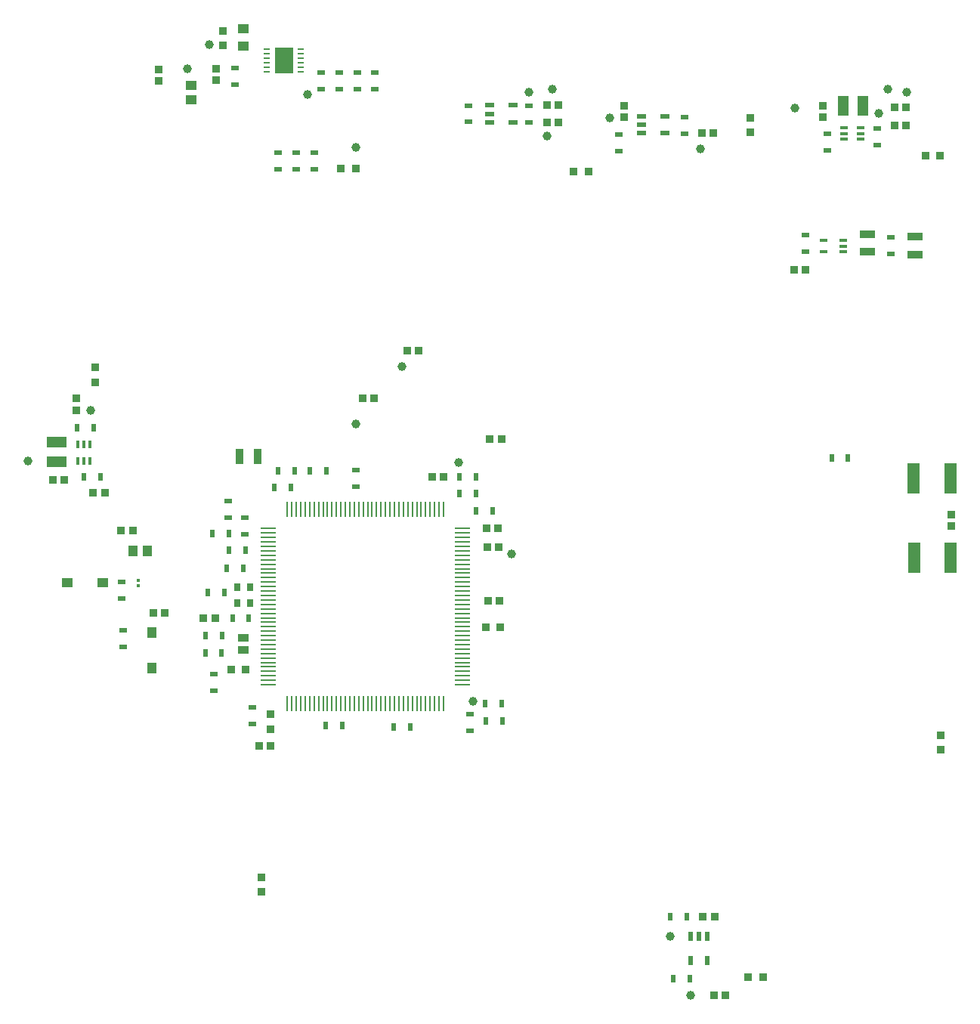
<source format=gbp>
G04*
G04 #@! TF.GenerationSoftware,Altium Limited,Altium Designer,24.2.2 (26)*
G04*
G04 Layer_Color=128*
%FSLAX25Y25*%
%MOIN*%
G70*
G04*
G04 #@! TF.SameCoordinates,68C129F3-C7C4-414E-B264-5C09C29A3FA5*
G04*
G04*
G04 #@! TF.FilePolarity,Positive*
G04*
G01*
G75*
%ADD21R,0.03740X0.01575*%
%ADD23R,0.02200X0.03500*%
%ADD28R,0.03500X0.02200*%
%ADD33R,0.04331X0.02362*%
%ADD34R,0.03200X0.03500*%
%ADD35R,0.03600X0.06500*%
%ADD36R,0.06500X0.03600*%
%ADD37R,0.03500X0.03200*%
%ADD50C,0.03937*%
%ADD51R,0.03740X0.03543*%
%ADD52R,0.03543X0.03740*%
%ADD108R,0.01181X0.01673*%
%ADD109R,0.04882X0.08740*%
%ADD110R,0.08740X0.04882*%
%ADD111R,0.04331X0.04921*%
%ADD112R,0.04921X0.04331*%
%ADD113R,0.03150X0.03543*%
%ADD114R,0.05100X0.03200*%
%ADD115R,0.03200X0.01200*%
%ADD116R,0.04331X0.02362*%
%ADD117R,0.03937X0.02362*%
%ADD118R,0.01100X0.06890*%
%ADD119R,0.06890X0.01100*%
%ADD120R,0.02756X0.00984*%
%ADD122R,0.01200X0.03200*%
%ADD123R,0.04800X0.04100*%
%ADD124R,0.04100X0.04800*%
%ADD126R,0.04724X0.03937*%
%ADD127R,0.05512X0.13780*%
%ADD128R,0.02362X0.03937*%
%ADD144R,0.08433X0.11307*%
D21*
X566323Y353155D02*
D03*
Y350596D02*
D03*
Y348037D02*
D03*
X557661Y353155D02*
D03*
Y348037D02*
D03*
D23*
X411750Y234001D02*
D03*
X404450D02*
D03*
X315550Y244100D02*
D03*
X322850D02*
D03*
X375450Y138600D02*
D03*
X368150D02*
D03*
X338250Y139200D02*
D03*
X345550D02*
D03*
X317259Y251434D02*
D03*
X324559D02*
D03*
X338543D02*
D03*
X331243D02*
D03*
X294450Y208500D02*
D03*
X301750D02*
D03*
X415950Y141100D02*
D03*
X408650D02*
D03*
X415800Y148750D02*
D03*
X408500D02*
D03*
X404300Y248800D02*
D03*
X397000D02*
D03*
X404400Y241351D02*
D03*
X397100D02*
D03*
X284950Y171101D02*
D03*
X292250D02*
D03*
X285050Y178901D02*
D03*
X292350D02*
D03*
X286250Y197700D02*
D03*
X293550D02*
D03*
X296950Y186500D02*
D03*
X304250D02*
D03*
X295550Y216500D02*
D03*
X302850D02*
D03*
X288050Y224000D02*
D03*
X295350D02*
D03*
X235900Y270501D02*
D03*
X228600D02*
D03*
X238650Y248801D02*
D03*
X231350D02*
D03*
X497413Y54884D02*
D03*
X490113D02*
D03*
X491590Y27521D02*
D03*
X498890D02*
D03*
X561295Y257289D02*
D03*
X568595D02*
D03*
D28*
X317100Y384450D02*
D03*
Y391750D02*
D03*
X401700Y136950D02*
D03*
Y144250D02*
D03*
X248200Y195100D02*
D03*
Y202400D02*
D03*
X248900Y173950D02*
D03*
Y181250D02*
D03*
X427800Y412451D02*
D03*
Y405151D02*
D03*
X305800Y139850D02*
D03*
Y147150D02*
D03*
X581300Y395150D02*
D03*
Y402450D02*
D03*
X496400Y407550D02*
D03*
Y400250D02*
D03*
X467600Y392650D02*
D03*
Y399950D02*
D03*
X401100Y412651D02*
D03*
Y405351D02*
D03*
X351300Y251750D02*
D03*
Y244450D02*
D03*
X325221Y391760D02*
D03*
Y384460D02*
D03*
X298021Y421860D02*
D03*
Y429160D02*
D03*
X336221Y419710D02*
D03*
Y427010D02*
D03*
X333200Y391750D02*
D03*
Y384450D02*
D03*
X302400Y230750D02*
D03*
Y223450D02*
D03*
X295000Y238100D02*
D03*
Y230800D02*
D03*
X288900Y154450D02*
D03*
Y161750D02*
D03*
X344088Y419710D02*
D03*
Y427010D02*
D03*
X559500Y392951D02*
D03*
Y400251D02*
D03*
X549689Y355427D02*
D03*
Y348127D02*
D03*
X587287Y347045D02*
D03*
Y354345D02*
D03*
X351955Y419710D02*
D03*
Y427010D02*
D03*
X359821Y419710D02*
D03*
Y427010D02*
D03*
D33*
X410600Y405261D02*
D03*
Y409001D02*
D03*
Y412741D02*
D03*
X420836D02*
D03*
Y405261D02*
D03*
D34*
X379050Y304400D02*
D03*
X373950D02*
D03*
X247900Y225100D02*
D03*
X253000D02*
D03*
X415650Y265500D02*
D03*
X410550D02*
D03*
X267150Y189000D02*
D03*
X262050D02*
D03*
X414100Y226300D02*
D03*
X409000D02*
D03*
X390150Y248700D02*
D03*
X385050D02*
D03*
X414800Y194200D02*
D03*
X409700D02*
D03*
X414400Y218000D02*
D03*
X409300D02*
D03*
X504509Y54884D02*
D03*
X509609D02*
D03*
X589050Y411701D02*
D03*
X594150D02*
D03*
X594200Y403901D02*
D03*
X589100D02*
D03*
X359500Y283400D02*
D03*
X354400D02*
D03*
X289350Y186401D02*
D03*
X284250D02*
D03*
X313800Y130300D02*
D03*
X308700D02*
D03*
X514550Y20301D02*
D03*
X509450D02*
D03*
X509250Y400600D02*
D03*
X504150D02*
D03*
X240650Y241701D02*
D03*
X235550D02*
D03*
X440900Y405201D02*
D03*
X435800D02*
D03*
X222850Y247601D02*
D03*
X217750D02*
D03*
X549778Y340262D02*
D03*
X544678D02*
D03*
X435800Y412701D02*
D03*
X440900D02*
D03*
D35*
X300250Y258001D02*
D03*
X308150D02*
D03*
D36*
X577000Y355950D02*
D03*
Y348050D02*
D03*
X598000Y346850D02*
D03*
Y354750D02*
D03*
D37*
X557500Y407450D02*
D03*
Y412550D02*
D03*
X264500Y428450D02*
D03*
Y423350D02*
D03*
X469900Y412651D02*
D03*
Y407551D02*
D03*
X228100Y283401D02*
D03*
Y278301D02*
D03*
X289821Y423860D02*
D03*
Y428960D02*
D03*
X614157Y232280D02*
D03*
Y227180D02*
D03*
D50*
X582100Y409201D02*
D03*
X351500Y394101D02*
D03*
X420200Y215000D02*
D03*
X503500Y393558D02*
D03*
X277222Y428860D02*
D03*
X396800Y255300D02*
D03*
X206700Y255801D02*
D03*
X435900Y399201D02*
D03*
X498988Y20238D02*
D03*
X490228Y46222D02*
D03*
X234400Y278301D02*
D03*
X463400Y407301D02*
D03*
X427700Y418501D02*
D03*
X438100Y420001D02*
D03*
X586100Y419801D02*
D03*
X545100Y411400D02*
D03*
X594500Y418500D02*
D03*
X371700Y297500D02*
D03*
X351500Y272300D02*
D03*
X403000Y150000D02*
D03*
X330176Y417400D02*
D03*
X286900Y439500D02*
D03*
D51*
X447552Y383600D02*
D03*
X454048D02*
D03*
X609248Y390500D02*
D03*
X602752D02*
D03*
X408700Y182501D02*
D03*
X415196D02*
D03*
X302848Y163900D02*
D03*
X296352D02*
D03*
X530996Y28301D02*
D03*
X524500D02*
D03*
X344773Y384710D02*
D03*
X351269D02*
D03*
D52*
X609300Y134948D02*
D03*
Y128452D02*
D03*
X313700Y137552D02*
D03*
Y144048D02*
D03*
X309700Y72196D02*
D03*
Y65700D02*
D03*
X525600Y407248D02*
D03*
Y400752D02*
D03*
X236400Y297148D02*
D03*
Y290652D02*
D03*
X292721Y439110D02*
D03*
Y445606D02*
D03*
D108*
X255403Y200748D02*
D03*
Y203207D02*
D03*
D109*
X566509Y412401D02*
D03*
X575091D02*
D03*
D110*
X219300Y255609D02*
D03*
Y264192D02*
D03*
D111*
X253150Y216101D02*
D03*
X259450D02*
D03*
D112*
X278721Y415161D02*
D03*
Y421460D02*
D03*
D113*
X299046Y193059D02*
D03*
Y200343D02*
D03*
X304754D02*
D03*
Y193059D02*
D03*
D114*
X301700Y172401D02*
D03*
Y178001D02*
D03*
D115*
X574100Y402819D02*
D03*
Y400260D02*
D03*
Y397701D02*
D03*
X566800D02*
D03*
Y400260D02*
D03*
Y402819D02*
D03*
D116*
X477448Y400472D02*
D03*
Y404213D02*
D03*
Y407953D02*
D03*
X487684Y400472D02*
D03*
D117*
Y407953D02*
D03*
D118*
X321194Y234416D02*
D03*
X323162D02*
D03*
X325131D02*
D03*
X327099D02*
D03*
X329068D02*
D03*
X331036D02*
D03*
X333005D02*
D03*
X334973D02*
D03*
X336942D02*
D03*
X338910D02*
D03*
X340879D02*
D03*
X342847D02*
D03*
X344816D02*
D03*
X346784D02*
D03*
X348753D02*
D03*
X350722D02*
D03*
X352690D02*
D03*
X354659D02*
D03*
X356627D02*
D03*
X358595D02*
D03*
X360564D02*
D03*
X362532D02*
D03*
X364501D02*
D03*
X366470D02*
D03*
X368438D02*
D03*
X370407D02*
D03*
X372375D02*
D03*
X374343D02*
D03*
X376312D02*
D03*
X378280D02*
D03*
X380249D02*
D03*
X382218D02*
D03*
X384186D02*
D03*
X386155D02*
D03*
X388123D02*
D03*
X390091D02*
D03*
Y148766D02*
D03*
X388123D02*
D03*
X386155D02*
D03*
X384186D02*
D03*
X382218D02*
D03*
X380249D02*
D03*
X378280D02*
D03*
X376312D02*
D03*
X374343D02*
D03*
X372375D02*
D03*
X370407D02*
D03*
X368438D02*
D03*
X366470D02*
D03*
X364501D02*
D03*
X362532D02*
D03*
X360564D02*
D03*
X358595D02*
D03*
X356627D02*
D03*
X354659D02*
D03*
X352690D02*
D03*
X350722D02*
D03*
X348753D02*
D03*
X346784D02*
D03*
X344816D02*
D03*
X342847D02*
D03*
X340879D02*
D03*
X338910D02*
D03*
X336942D02*
D03*
X334973D02*
D03*
X333005D02*
D03*
X331036D02*
D03*
X329068D02*
D03*
X327099D02*
D03*
X325131D02*
D03*
X323162D02*
D03*
X321194D02*
D03*
D119*
X312818Y157143D02*
D03*
Y159111D02*
D03*
Y161080D02*
D03*
Y163048D02*
D03*
Y165017D02*
D03*
Y166985D02*
D03*
Y168954D02*
D03*
Y170922D02*
D03*
Y172891D02*
D03*
Y174859D02*
D03*
Y176828D02*
D03*
Y178796D02*
D03*
Y180765D02*
D03*
Y182733D02*
D03*
Y184702D02*
D03*
Y186670D02*
D03*
Y188639D02*
D03*
Y190607D02*
D03*
Y192576D02*
D03*
Y194544D02*
D03*
Y196513D02*
D03*
Y198481D02*
D03*
Y200450D02*
D03*
Y202418D02*
D03*
Y204387D02*
D03*
Y206355D02*
D03*
Y208324D02*
D03*
Y210292D02*
D03*
Y212261D02*
D03*
Y214229D02*
D03*
Y216198D02*
D03*
Y218166D02*
D03*
Y220135D02*
D03*
Y222103D02*
D03*
Y224072D02*
D03*
Y226040D02*
D03*
X398468D02*
D03*
Y224072D02*
D03*
Y222103D02*
D03*
Y220135D02*
D03*
Y218166D02*
D03*
Y216198D02*
D03*
Y214229D02*
D03*
Y212261D02*
D03*
Y210292D02*
D03*
Y208324D02*
D03*
Y206355D02*
D03*
Y204387D02*
D03*
Y202418D02*
D03*
Y200450D02*
D03*
Y198481D02*
D03*
Y196513D02*
D03*
Y194544D02*
D03*
Y192576D02*
D03*
Y190607D02*
D03*
Y188639D02*
D03*
Y186670D02*
D03*
Y184702D02*
D03*
Y182733D02*
D03*
Y180765D02*
D03*
Y178796D02*
D03*
Y176828D02*
D03*
Y174859D02*
D03*
Y172891D02*
D03*
Y170922D02*
D03*
Y168954D02*
D03*
Y166985D02*
D03*
Y165017D02*
D03*
Y163048D02*
D03*
Y161080D02*
D03*
Y159111D02*
D03*
Y157143D02*
D03*
D120*
X327121Y437453D02*
D03*
Y435484D02*
D03*
Y433516D02*
D03*
Y431547D02*
D03*
Y429579D02*
D03*
Y427610D02*
D03*
X312161Y437453D02*
D03*
Y435484D02*
D03*
Y433516D02*
D03*
Y431547D02*
D03*
Y429579D02*
D03*
Y427610D02*
D03*
D122*
X228841Y263251D02*
D03*
X231400D02*
D03*
X233959D02*
D03*
Y255951D02*
D03*
X231400D02*
D03*
X228841D02*
D03*
D123*
X224150Y202300D02*
D03*
X239850D02*
D03*
D124*
X261300Y164600D02*
D03*
Y180300D02*
D03*
D126*
X301921Y438710D02*
D03*
Y446584D02*
D03*
D127*
X597622Y213293D02*
D03*
X613764D02*
D03*
X597524Y248037D02*
D03*
X613665D02*
D03*
D128*
X498988Y46025D02*
D03*
X502728D02*
D03*
X506468D02*
D03*
Y35395D02*
D03*
X498988D02*
D03*
D144*
X319641Y432532D02*
D03*
M02*

</source>
